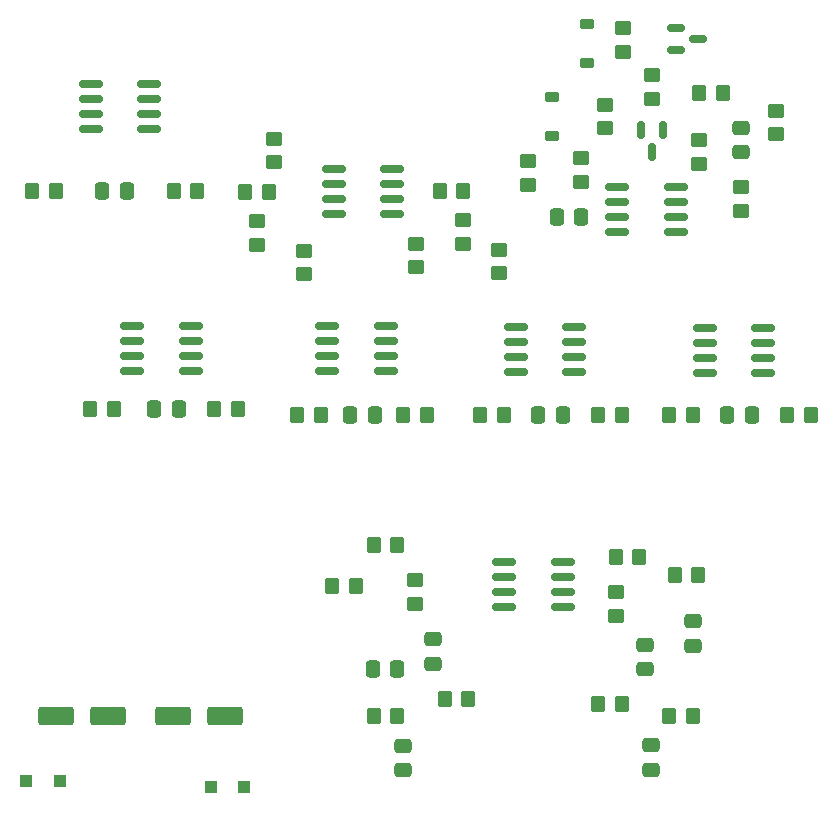
<source format=gbr>
%TF.GenerationSoftware,KiCad,Pcbnew,8.0.5*%
%TF.CreationDate,2024-11-23T13:55:34+01:00*%
%TF.ProjectId,mesa_mezclas,6d657361-5f6d-4657-9a63-6c61732e6b69,rev?*%
%TF.SameCoordinates,Original*%
%TF.FileFunction,Paste,Top*%
%TF.FilePolarity,Positive*%
%FSLAX46Y46*%
G04 Gerber Fmt 4.6, Leading zero omitted, Abs format (unit mm)*
G04 Created by KiCad (PCBNEW 8.0.5) date 2024-11-23 13:55:34*
%MOMM*%
%LPD*%
G01*
G04 APERTURE LIST*
G04 Aperture macros list*
%AMRoundRect*
0 Rectangle with rounded corners*
0 $1 Rounding radius*
0 $2 $3 $4 $5 $6 $7 $8 $9 X,Y pos of 4 corners*
0 Add a 4 corners polygon primitive as box body*
4,1,4,$2,$3,$4,$5,$6,$7,$8,$9,$2,$3,0*
0 Add four circle primitives for the rounded corners*
1,1,$1+$1,$2,$3*
1,1,$1+$1,$4,$5*
1,1,$1+$1,$6,$7*
1,1,$1+$1,$8,$9*
0 Add four rect primitives between the rounded corners*
20,1,$1+$1,$2,$3,$4,$5,0*
20,1,$1+$1,$4,$5,$6,$7,0*
20,1,$1+$1,$6,$7,$8,$9,0*
20,1,$1+$1,$8,$9,$2,$3,0*%
G04 Aperture macros list end*
%ADD10RoundRect,0.250000X-0.350000X-0.450000X0.350000X-0.450000X0.350000X0.450000X-0.350000X0.450000X0*%
%ADD11RoundRect,0.250000X0.450000X-0.350000X0.450000X0.350000X-0.450000X0.350000X-0.450000X-0.350000X0*%
%ADD12RoundRect,0.225000X-0.375000X0.225000X-0.375000X-0.225000X0.375000X-0.225000X0.375000X0.225000X0*%
%ADD13RoundRect,0.250000X0.350000X0.450000X-0.350000X0.450000X-0.350000X-0.450000X0.350000X-0.450000X0*%
%ADD14RoundRect,0.250000X0.475000X-0.337500X0.475000X0.337500X-0.475000X0.337500X-0.475000X-0.337500X0*%
%ADD15RoundRect,0.150000X-0.825000X-0.150000X0.825000X-0.150000X0.825000X0.150000X-0.825000X0.150000X0*%
%ADD16RoundRect,0.250000X-0.475000X0.337500X-0.475000X-0.337500X0.475000X-0.337500X0.475000X0.337500X0*%
%ADD17RoundRect,0.150000X-0.587500X-0.150000X0.587500X-0.150000X0.587500X0.150000X-0.587500X0.150000X0*%
%ADD18RoundRect,0.250000X-0.450000X0.350000X-0.450000X-0.350000X0.450000X-0.350000X0.450000X0.350000X0*%
%ADD19RoundRect,0.250000X-0.337500X-0.475000X0.337500X-0.475000X0.337500X0.475000X-0.337500X0.475000X0*%
%ADD20RoundRect,0.250000X-0.300000X-0.300000X0.300000X-0.300000X0.300000X0.300000X-0.300000X0.300000X0*%
%ADD21RoundRect,0.150000X-0.150000X0.587500X-0.150000X-0.587500X0.150000X-0.587500X0.150000X0.587500X0*%
%ADD22RoundRect,0.250000X0.300000X0.300000X-0.300000X0.300000X-0.300000X-0.300000X0.300000X-0.300000X0*%
%ADD23RoundRect,0.250000X-1.250000X-0.550000X1.250000X-0.550000X1.250000X0.550000X-1.250000X0.550000X0*%
G04 APERTURE END LIST*
D10*
%TO.C,R19*%
X130925000Y-131500000D03*
X132925000Y-131500000D03*
%TD*%
D11*
%TO.C,R26*%
X129500000Y-117000000D03*
X129500000Y-115000000D03*
%TD*%
%TO.C,R3*%
X125425000Y-147500000D03*
X125425000Y-145500000D03*
%TD*%
D12*
%TO.C,D1*%
X137000000Y-104580000D03*
X137000000Y-107880000D03*
%TD*%
D13*
%TO.C,R16*%
X113025000Y-112595000D03*
X111025000Y-112595000D03*
%TD*%
%TO.C,R5*%
X123925000Y-142500000D03*
X121925000Y-142500000D03*
%TD*%
D11*
%TO.C,R23*%
X132500000Y-119500000D03*
X132500000Y-117500000D03*
%TD*%
D14*
%TO.C,C2*%
X126925000Y-152575000D03*
X126925000Y-150500000D03*
%TD*%
D10*
%TO.C,R24*%
X127500000Y-112500000D03*
X129500000Y-112500000D03*
%TD*%
D11*
%TO.C,R8*%
X142425000Y-148500000D03*
X142425000Y-146500000D03*
%TD*%
D15*
%TO.C,U8*%
X133950000Y-124000000D03*
X133950000Y-125270000D03*
X133950000Y-126540000D03*
X133950000Y-127810000D03*
X138900000Y-127810000D03*
X138900000Y-126540000D03*
X138900000Y-125270000D03*
X138900000Y-124000000D03*
%TD*%
D16*
%TO.C,C12*%
X153000000Y-107155000D03*
X153000000Y-109230000D03*
%TD*%
D11*
%TO.C,R32*%
X141500000Y-107230000D03*
X141500000Y-105230000D03*
%TD*%
D15*
%TO.C,U9*%
X149950000Y-124095000D03*
X149950000Y-125365000D03*
X149950000Y-126635000D03*
X149950000Y-127905000D03*
X154900000Y-127905000D03*
X154900000Y-126635000D03*
X154900000Y-125365000D03*
X154900000Y-124095000D03*
%TD*%
D10*
%TO.C,R13*%
X115425000Y-131500000D03*
X117425000Y-131500000D03*
%TD*%
D15*
%TO.C,U4*%
X117975000Y-123960000D03*
X117975000Y-125230000D03*
X117975000Y-126500000D03*
X117975000Y-127770000D03*
X122925000Y-127770000D03*
X122925000Y-126500000D03*
X122925000Y-125230000D03*
X122925000Y-123960000D03*
%TD*%
D17*
%TO.C,Q1*%
X147500000Y-98730000D03*
X147500000Y-100630000D03*
X149375000Y-99680000D03*
%TD*%
D10*
%TO.C,R7*%
X146925000Y-157000000D03*
X148925000Y-157000000D03*
%TD*%
%TO.C,R20*%
X140925000Y-131500000D03*
X142925000Y-131500000D03*
%TD*%
D14*
%TO.C,C6*%
X148962500Y-151037500D03*
X148962500Y-148962500D03*
%TD*%
D15*
%TO.C,U5*%
X97962500Y-103500000D03*
X97962500Y-104770000D03*
X97962500Y-106040000D03*
X97962500Y-107310000D03*
X102912500Y-107310000D03*
X102912500Y-106040000D03*
X102912500Y-104770000D03*
X102912500Y-103500000D03*
%TD*%
D11*
%TO.C,R30*%
X149500000Y-110230000D03*
X149500000Y-108230000D03*
%TD*%
D13*
%TO.C,R6*%
X142925000Y-156000000D03*
X140925000Y-156000000D03*
%TD*%
D18*
%TO.C,R17*%
X112025000Y-115095000D03*
X112025000Y-117095000D03*
%TD*%
D14*
%TO.C,C4*%
X145425000Y-161537500D03*
X145425000Y-159462500D03*
%TD*%
D15*
%TO.C,U3*%
X101475000Y-123960000D03*
X101475000Y-125230000D03*
X101475000Y-126500000D03*
X101475000Y-127770000D03*
X106425000Y-127770000D03*
X106425000Y-126500000D03*
X106425000Y-125230000D03*
X106425000Y-123960000D03*
%TD*%
%TO.C,U1*%
X142550000Y-112230000D03*
X142550000Y-113500000D03*
X142550000Y-114770000D03*
X142550000Y-116040000D03*
X147500000Y-116040000D03*
X147500000Y-114770000D03*
X147500000Y-113500000D03*
X147500000Y-112230000D03*
%TD*%
D11*
%TO.C,R15*%
X116025000Y-119595000D03*
X116025000Y-117595000D03*
%TD*%
D10*
%TO.C,R22*%
X156925000Y-131500000D03*
X158925000Y-131500000D03*
%TD*%
D18*
%TO.C,R25*%
X125500000Y-117000000D03*
X125500000Y-119000000D03*
%TD*%
D11*
%TO.C,R27*%
X145500000Y-104730000D03*
X145500000Y-102730000D03*
%TD*%
D15*
%TO.C,U2*%
X132975000Y-143960000D03*
X132975000Y-145230000D03*
X132975000Y-146500000D03*
X132975000Y-147770000D03*
X137925000Y-147770000D03*
X137925000Y-146500000D03*
X137925000Y-145230000D03*
X137925000Y-143960000D03*
%TD*%
D10*
%TO.C,R33*%
X149500000Y-104230000D03*
X151500000Y-104230000D03*
%TD*%
D14*
%TO.C,C5*%
X144925000Y-153000000D03*
X144925000Y-150925000D03*
%TD*%
D10*
%TO.C,R14*%
X124425000Y-131500000D03*
X126425000Y-131500000D03*
%TD*%
D19*
%TO.C,C10*%
X151850000Y-131500000D03*
X153925000Y-131500000D03*
%TD*%
D14*
%TO.C,C1*%
X124425000Y-161575000D03*
X124425000Y-159500000D03*
%TD*%
D10*
%TO.C,R12*%
X108425000Y-131000000D03*
X110425000Y-131000000D03*
%TD*%
D20*
%TO.C,U13*%
X108125000Y-163000000D03*
X110925000Y-163000000D03*
%TD*%
D18*
%TO.C,R29*%
X156000000Y-105730000D03*
X156000000Y-107730000D03*
%TD*%
D21*
%TO.C,Q2*%
X146450000Y-107355000D03*
X144550000Y-107355000D03*
X145500000Y-109230000D03*
%TD*%
D18*
%TO.C,R31*%
X143000000Y-98730000D03*
X143000000Y-100730000D03*
%TD*%
D10*
%TO.C,R9*%
X142425000Y-143500000D03*
X144425000Y-143500000D03*
%TD*%
D19*
%TO.C,C9*%
X135850000Y-131500000D03*
X137925000Y-131500000D03*
%TD*%
%TO.C,C8*%
X119925000Y-131500000D03*
X122000000Y-131500000D03*
%TD*%
%TO.C,C7*%
X103350000Y-131000000D03*
X105425000Y-131000000D03*
%TD*%
D11*
%TO.C,R18*%
X113525000Y-110095000D03*
X113525000Y-108095000D03*
%TD*%
D19*
%TO.C,C3*%
X121850000Y-153000000D03*
X123925000Y-153000000D03*
%TD*%
D10*
%TO.C,R35*%
X93000000Y-112500000D03*
X95000000Y-112500000D03*
%TD*%
D12*
%TO.C,D2*%
X140000000Y-98430000D03*
X140000000Y-101730000D03*
%TD*%
D11*
%TO.C,R28*%
X135000000Y-112000000D03*
X135000000Y-110000000D03*
%TD*%
D10*
%TO.C,R36*%
X105000000Y-112500000D03*
X107000000Y-112500000D03*
%TD*%
D13*
%TO.C,R10*%
X149425000Y-145000000D03*
X147425000Y-145000000D03*
%TD*%
D10*
%TO.C,R1*%
X127925000Y-155500000D03*
X129925000Y-155500000D03*
%TD*%
%TO.C,R11*%
X97925000Y-131000000D03*
X99925000Y-131000000D03*
%TD*%
%TO.C,R4*%
X118425000Y-146000000D03*
X120425000Y-146000000D03*
%TD*%
D22*
%TO.C,U12*%
X95325000Y-162500000D03*
X92525000Y-162500000D03*
%TD*%
D19*
%TO.C,C13*%
X98925000Y-112500000D03*
X101000000Y-112500000D03*
%TD*%
D10*
%TO.C,R21*%
X146925000Y-131500000D03*
X148925000Y-131500000D03*
%TD*%
D23*
%TO.C,C29*%
X95025000Y-157000000D03*
X99425000Y-157000000D03*
%TD*%
%TO.C,C30*%
X104925000Y-157000000D03*
X109325000Y-157000000D03*
%TD*%
D11*
%TO.C,R28*%
X139500000Y-111730000D03*
X139500000Y-109730000D03*
%TD*%
D13*
%TO.C,R2*%
X123925000Y-157000000D03*
X121925000Y-157000000D03*
%TD*%
D15*
%TO.C,U7*%
X118550000Y-110690000D03*
X118550000Y-111960000D03*
X118550000Y-113230000D03*
X118550000Y-114500000D03*
X123500000Y-114500000D03*
X123500000Y-113230000D03*
X123500000Y-111960000D03*
X123500000Y-110690000D03*
%TD*%
D18*
%TO.C,R34*%
X153000000Y-112230000D03*
X153000000Y-114230000D03*
%TD*%
D19*
%TO.C,C11*%
X137425000Y-114730000D03*
X139500000Y-114730000D03*
%TD*%
M02*

</source>
